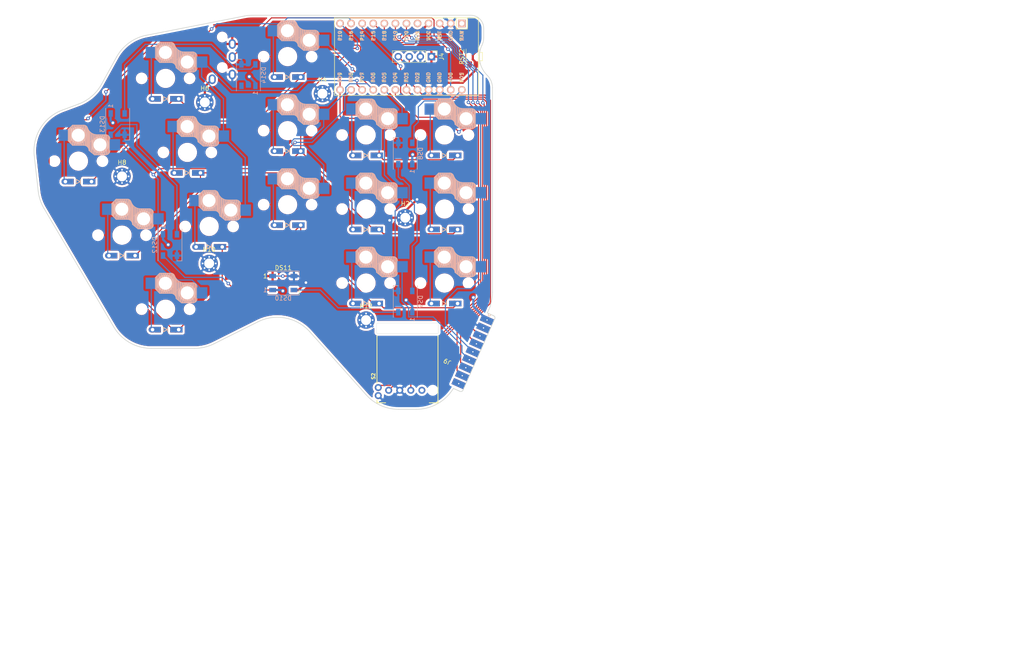
<source format=kicad_pcb>
(kicad_pcb (version 20211014) (generator pcbnew)
  (title_block (title "mainpcb") (rev "v1.0.0") (company "Unknown"))
  (layers (0 "F.Cu" signal) (31 "B.Cu" signal) (34 "B.Paste" user) (35 "F.Paste" user) (36 "B.SilkS" user "B.Silkscreen") (37 "F.SilkS" user "F.Silkscreen") (38 "B.Mask" user) (39 "F.Mask" user) (44 "Edge.Cuts" user))
  (net 0 "")
  (net 1 "C1")
  (net 2 "R3")
  (net 3 "R2")
  (net 4 "R1")
  (net 5 "C2")
  (net 6 "C3")
  (net 7 "C4")
  (net 8 "C5")
  (net 9 "R4")
  (net 10 "mirror_far_bottom")
  (net 11 "mirror_far_home")
  (net 12 "mirror_far_top")
  (net 13 "mirror_index_bottom")
  (net 14 "mirror_index_home")
  (net 15 "mirror_index_top")
  (net 16 "mirror_middle_bottom")
  (net 17 "mirror_middle_home")
  (net 18 "mirror_middle_top")
  (net 19 "mirror_ring_bottom")
  (net 20 "mirror_ring_home")
  (net 21 "mirror_ring_top")
  (net 22 "mirror_pinkie_bottom")
  (net 23 "mirror_pinkie_home")
  (net 24 "mirror_pinkie_top")
  (net 25 "R5")
  (net 26 "GND")
  (net 27 "RST")
  (net 28 "VCC")
  (net 29 "SERIAL")
  (net 30 "RGB")
  (net 31 "SDA")
  (net 32 "SCL")
  (net 33 "scroll_r1")
  (net 34 "scroll_r2")
  (net 35 "scroll_switch")
  (net 36 "rgb_ug1_out")
  (net 37 "rgb_ug2_out")
  (net 38 "rgb_ug3_out")
  (net 39 "rgb_palm_out")
  (net 40 "rgb_ug4_out")
  (net 41 "rgb_ug5_out")
  (net 42 "rgb_ug6_out")
  (footprint "Library:PG1350" (layer "F.Cu") (at -77 6)
    (fp_text reference "SW30" hide)
    (fp_text value "Val**" hide)
  )
  (footprint "Connector_PinHeader_2.54mm:PinHeader_1x04_P2.54mm_Vertical" (layer "F.Cu") (at -16 -52 -90)
    (fp_text reference "J4")
    (fp_text value "I2C Breakout")
  )
  (footprint "Library:PG1350" (layer "F.Cu") (at -49 -52)
    (fp_text reference "SW26" hide)
    (fp_text value "Val**" hide)
  )
  (footprint "Library:D3_TH_SMD_v2" (layer "F.Cu") (at -72 -25.3 180)
    (fp_text reference "D28" hide)
    (fp_text value "Diode" hide)
  )
  (footprint "Library:PG1350" (layer "F.Cu") (at -77 -47)
    (fp_text reference "SW29" hide)
    (fp_text value "Val**" hide)
  )
  (footprint "Library:PG1350" (layer "F.Cu") (at -13 0)
    (fp_text reference "SW18" hide)
    (fp_text value "Val**" hide)
  )
  (footprint "Library:TRRS-PJ-320A" (layer "F.Cu") (at -64 -53)
    (fp_text reference "J2")
    (fp_text value "TRRS")
  )
  (footprint "Library:PG1350" (layer "F.Cu") (at -31 -34)
    (fp_text reference "SW23" hide)
    (fp_text value "Val**" hide)
  )
  (footprint "Library:D3_TH_SMD_v2" (layer "F.Cu") (at -13 -12.3 180)
    (fp_text reference "D19" hide)
    (fp_text value "Diode" hide)
  )
  (footprint "Library:PG1350" (layer "F.Cu") (at -87 -11)
    (fp_text reference "SW31" hide)
    (fp_text value "Val**" hide)
  )
  (footprint "Library:D3_TH_SMD_v2" (layer "F.Cu") (at -97 -23.3 180)
    (fp_text reference "D32" hide)
    (fp_text value "Diode" hide)
  )
  (footprint "Library:PG1350" (layer "F.Cu") (at -72 -30)
    (fp_text reference "SW28" hide)
    (fp_text value "Val**" hide)
  )
  (footprint "Library:D3_TH_SMD_v2" (layer "F.Cu") (at -13 -29.3 180)
    (fp_text reference "D20" hide)
    (fp_text value "Diode" hide)
  )
  (footprint "Library:PG1350" (layer "F.Cu") (at -31 0)
    (fp_text reference "SW21" hide)
    (fp_text value "Val**" hide)
  )
  (footprint "Library:ProMicro" (layer "F.Cu") (at -23 -52 180)
    (fp_text reference "U2" hide)
    (fp_text value "Pro Micro Footprint" hide)
  )
  (footprint "kbd:M2_HOLE_v3" (layer "F.Cu") (at -87 -24.5)
    (fp_text reference "H8")
    (fp_text value "M2")
  )
  (footprint "Library:D3_TH_SMD_v2" (layer "F.Cu") (at -13 4.7 180)
    (fp_text reference "D18" hide)
    (fp_text value "Diode" hide)
  )
  (footprint "Library:PG1350" (layer "F.Cu") (at -13 -17)
    (fp_text reference "SW19" hide)
    (fp_text value "Val**" hide)
  )
  (footprint "Library:D3_TH_SMD_v2" (layer "F.Cu") (at -77 10.7 180)
    (fp_text reference "D30" hide)
    (fp_text value "Diode" hide)
  )
  (footprint "Library:D3_TH_SMD_v2" (layer "F.Cu") (at -49 -13.3 180)
    (fp_text reference "D24" hide)
    (fp_text value "Diode" hide)
  )
  (footprint "Library:EVQWGD001" (layer "F.Cu") (at -22 19 90)
    (fp_text reference "S2")
    (fp_text value "Scroll Wheel")
    (fp_line (start 7.7 7.6) (end 9.5 7.6) (layer "Edge.Cuts") (width 0.05))
    (fp_line (start 7.4 -6.3) (end 7.4 7.3) (layer "Edge.Cuts") (width 0.05))
    (fp_line (start 9.8 7.3) (end 9.8 -6.3) (layer "Edge.Cuts") (width 0.05))
    (fp_line (start 9.5 -6.6) (end 7.7 -6.6) (layer "Edge.Cuts") (width 0.05))
    (fp_arc (start 7.7 7.6) (mid 7.487868 7.512132) (end 7.4 7.3) (layer "Edge.Cuts") (width 0.05))
    (fp_arc (start 9.8 7.3) (mid 9.712132 7.512132) (end 9.5 7.6) (layer "Edge.Cuts") (width 0.05))
    (fp_arc (start 9.5 -6.6) (mid 9.712132 -6.512132) (end 9.8 -6.3) (layer "Edge.Cuts") (width 0.05))
    (fp_arc (start 7.4 -6.3) (mid 7.487868 -6.512132) (end 7.7 -6.6) (layer "Edge.Cuts") (width 0.05))
  )
  (footprint "kbd:M2_HOLE_v3" (layer "F.Cu") (at -41 -43.5)
    (fp_text reference "H4")
    (fp_text value "M2")
  )
  (footprint "kbd:M2_HOLE_v3" (layer "F.Cu") (at -31 8.5)
    (fp_text reference "H12")
    (fp_text value "M2")
  )
  (footprint "Library:D3_TH_SMD_v2" (layer "F.Cu") (at -49 -47.3 180)
    (fp_text reference "D26" hide)
    (fp_text value "Diode" hide)
  )
  (footprint "Library:D3_TH_SMD_v2" (layer "F.Cu") (at -31 -12.3 180)
    (fp_text reference "D22" hide)
    (fp_text value "Diode" hide)
  )
  (footprint "Library:D3_TH_SMD_v2" (layer "F.Cu") (at -31 4.7 180)
    (fp_text reference "D21" hide)
    (fp_text value "Diode" hide)
  )
  (footprint "Library:PG1350" (layer "F.Cu") (at -49 -18)
    (fp_text reference "SW24" hide)
    (fp_text value "Val**" hide)
  )
  (footprint "Library:PG1350" (layer "F.Cu") (at -67 -13)
    (fp_text reference "SW27" hide)
    (fp_text value "Val**" hide)
  )
  (footprint "Library:D3_TH_SMD_v2" (layer "F.Cu") (at -67 -8.3 180)
    (fp_text reference "D27" hide)
    (fp_text value "Diode" hide)
  )
  (footprint "Library:PG1350" (layer "F.Cu") (at -97 -28)
    (fp_text reference "SW32" hide)
    (fp_text value "Val**" hide)
  )
  (footprint "Library:PG1350" (layer "F.Cu") (at -31 -17)
    (fp_text reference "SW22" hide)
    (fp_text value "Val**" hide)
  )
  (footprint "Library:kb_90deg_connector_male_9pin" (layer "F.Cu") (at -6.487598 15.790417 156.037511)
    (fp_text reference "J9")
    (fp_text value "Male 9pin")
  )
  (footprint "Library:SW_SPST_EVQP7C" (layer "F.Cu") (at -6.5 -52 90)
    (fp_text reference "RST2")
    (fp_text value "RST")
  )
  (footprint "Library:PG1350" (layer "F.Cu") (at -49 -35)
    (fp_text reference "SW25" hide)
    (fp_text value "Val**" hide)
  )
  (footprint "kbd:M2_HOLE_v3" (layer "F.Cu") (at -67 -4.5)
    (fp_text reference "H10")
    (fp_text value "M2")
  )
  (footprint "Library:D3_TH_SMD_v2" (layer "F.Cu") (at -31 -29.3 180)
    (fp_text reference "D23" hide)
    (fp_text value "Diode" hide)
  )
  (footprint "Library:PG1350" (layer "F.Cu") (at -13 -34)
    (fp_text reference "SW20" hide)
    (fp_text value "Val**" hide)
  )
  (footprint "LED_SMD:LED_WS2812B_PLCC4_5.0x5.0mm_P3.2mm" (layer "F.Cu") (at -50 0)
    (fp_text reference "DS11")
    (fp_text value "WS2812b")
  )
  (footprint "Library:D3_TH_SMD_v2" (layer "F.Cu") (at -87 -6.3 180)
    (fp_text reference "D31" hide)
    (fp_text value "Diode" hide)
  )
  (footprint "Library:D3_TH_SMD_v2" (layer "F.Cu") (at -49 -30.3 180)
    (fp_text reference "D25" hide)
    (fp_text value "Diode" hide)
  )
  (footprint "kbd:M2_HOLE_v3" (layer "F.Cu") (at -22 -15)
    (fp_text reference "H2")
    (fp_text value "M2")
  )
  (footprint "Library:D3_TH_SMD_v2" (layer "F.Cu") (at -77 -42.3 180)
    (fp_text reference "D29" hide)
    (fp_text value "Diode" hide)
  )
  (footprint "kbd:M2_HOLE_v3" (layer "F.Cu") (at -68 -41.5)
    (fp_text reference "H6")
    (fp_text value "M2")
  )
  (footprint "LED_SMD:LED_WS2812B_PLCC4_5.0x5.0mm_P3.2mm" (layer "B.Cu") (at -88 -36.5 -90)
    (fp_text reference "DS13")
    (fp_text value "WS2812b")
  )
  (footprint "LED_SMD:LED_WS2812B_PLCC4_5.0x5.0mm_P3.2mm" (layer "B.Cu") (at -58 -47.75 90)
    (fp_text reference "DS14")
    (fp_text value "WS2812b")
  )
  (footprint "LED_SMD:LED_WS2812B_PLCC4_5.0x5.0mm_P3.2mm" (layer "B.Cu") (at -76 -8.75 -90)
    (fp_text reference "DS12")
    (fp_text value "WS2812b")
  )
  (footprint "LED_SMD:LED_WS2812B_PLCC4_5.0x5.0mm_P3.2mm" (layer "B.Cu") (at -22 4.25 90)
    (fp_text reference "DS9")
    (fp_text value "WS2812b")
  )
  (footprint "LED_SMD:LED_WS2812B_PLCC4_5.0x5.0mm_P3.2mm" (layer "B.Cu") (at -22 -29.75 90)
    (fp_text reference "DS8")
    (fp_text value "WS2812b")
  )
  (footprint "LED_SMD:LED_WS2812B_PLCC4_5.0x5.0mm_P3.2mm" (layer "B.Cu") (at -50 0)
    (fp_text reference "DS10")
    (fp_text value "WS2812b")
  )
  (gr_line (start -57.027153 -61.5) (end -7 -61.5) (layer "Edge.Cuts") (width 0.15))
  (gr_line (start -1.715471 7.515346) (end -3.164948 6.871134) (layer "Edge.Cuts") (width 0.15))
  (gr_arc (start -88.252424 -51.915605) (mid -85.390322 -55.164499) (end -81.423161 -56.899022) (layer "Edge.Cuts") (width 0.15))
  (gr_line (start -100.689685 -39.722462) (end -96.975689 -41.105605) (layer "Edge.Cuts") (width 0.15))
  (gr_line (start -88.899882 10.070201) (end -104.916497 -17.158046) (layer "Edge.Cuts") (width 0.15))
  (gr_arc (start -65.888544 13.944272) (mid -68.063151 14.73249) (end -70.36068 15) (layer "Edge.Cuts") (width 0.15))
  (gr_arc (start -55.836004 8.918002) (mid -49.485732 8.040228) (end -43.907308 11.198965) (layer "Edge.Cuts") (width 0.15))
  (gr_arc (start -2 2.127856) (mid -2.217844 4.203771) (end -2.861885 6.189241) (layer "Edge.Cuts") (width 0.15))
  (gr_line (start -19.498731 29) (end -23.525162 29) (layer "Edge.Cuts") (width 0.15))
  (gr_arc (start -80.28054 15.000001) (mid -85.245316 13.680496) (end -88.899882 10.070201) (layer "Edge.Cuts") (width 0.15))
  (gr_line (start -2.861885 6.189241) (end -3.164948 6.871134) (layer "Edge.Cuts") (width 0.15))
  (gr_arc (start -8.772127 24.623929) (mid -9.049543 24.887533) (end -9.432102 24.877766) (layer "Edge.Cuts") (width 0.15))
  (gr_line (start -4 -58.5) (end -4 -56.358899) (layer "Edge.Cuts") (width 0.15))
  (gr_arc (start -7 -61.5) (mid -4.87868 -60.62132) (end -4 -58.5) (layer "Edge.Cuts") (width 0.15))
  (gr_line (start -70.36068 15) (end -80.280539 15) (layer "Edge.Cuts") (width 0.15))
  (gr_arc (start -104.916497 -17.158046) (mid -105.785757 -19.071282) (end -106.235992 -21.123932) (layer "Edge.Cuts") (width 0.15))
  (gr_arc (start -23.525162 29) (mid -27.6097 28.12779) (end -30.981723 25.66331) (layer "Edge.Cuts") (width 0.15))
  (gr_line (start -91.70895 -45.64777) (end -88.252424 -51.915605) (layer "Edge.Cuts") (width 0.15))
  (gr_arc (start -1.715471 7.515347) (mid -1.451868 7.792763) (end -1.461635 8.175321) (layer "Edge.Cuts") (width 0.15))
  (gr_arc (start -91.70895 -45.64777) (mid -93.934725 -42.904073) (end -96.975689 -41.105605) (layer "Edge.Cuts") (width 0.15))
  (gr_line (start -10.95707 24.200002) (end -9.432102 24.877766) (layer "Edge.Cuts") (width 0.15))
  (gr_arc (start -4 -56.358899) (mid -4.101282 -55.464472) (end -4.4 -54.615339) (layer "Edge.Cuts") (width 0.15))
  (gr_line (start -81.423161 -56.899022) (end -58.954606 -61.312488) (layer "Edge.Cuts") (width 0.15))
  (gr_line (start -30.981723 25.66331) (end -43.907308 11.198965) (layer "Edge.Cuts") (width 0.15))
  (gr_arc (start -3.2 -47.715143) (mid -4.911275 -50.971981) (end -4.4 -54.615339) (layer "Edge.Cuts") (width 0.15))
  (gr_arc (start -10.95707 24.200002) (mid -14.599753 27.717798) (end -19.498731 29) (layer "Edge.Cuts") (width 0.15))
  (gr_line (start -55.836005 8.918003) (end -65.888544 13.944272) (layer "Edge.Cuts") (width 0.15))
  (gr_line (start -8.772127 24.623929) (end -1.461635 8.175321) (layer "Edge.Cuts") (width 0.15))
  (gr_line (start -2 2.127855) (end -2 -44.858572) (layer "Edge.Cuts") (width 0.15))
  (gr_arc (start -3.2 -47.715143) (mid -2.312182 -46.407765) (end -2 -44.858572) (layer "Edge.Cuts") (width 0.15))
  (gr_arc (start -58.954606 -61.312488) (mid -57.995429 -61.453011) (end -57.027153 -61.5) (layer "Edge.Cuts") (width 0.15))
  (gr_arc (start -107.138546 -29.246911) (mid -105.715432 -35.593597) (end -100.689685 -39.722462) (layer "Edge.Cuts") (width 0.15))
  (gr_line (start -106.235992 -21.123932) (end -107.138546 -29.246911) (layer "Edge.Cuts") (width 0.15))
  (segment (start -13.074999 -38.074999) (end -9.7 -34.7) (width 0.25) (layer "F.Cu") (net 1))
  (segment (start -24.27 -44.38) (end -24.27 -43.140725) (width 0.25) (layer "F.Cu") (net 1))
  (segment (start -19.204274 -38.074999) (end -13.074999 -38.074999) (width 0.25) (layer "F.Cu") (net 1))
  (segment (start -24.27 -43.140725) (end -19.204274 -38.074999) (width 0.25) (layer "F.Cu") (net 1))
  (via (at -9.7 -34.7) (size 0.8) (drill 0.4) (layers "F.Cu" "B.Cu") (net 1))
  (segment (start -6.600001 -35.874999) (end -4.725 -37.75) (width 0.25) (layer "B.Cu") (net 1))
  (segment (start -4.725 -0.94102) (end -6.94152 1.2755) (width 0.25) (layer "B.Cu") (net 1))
  (segment (start -6.94152 1.2755) (end -10.0755 1.2755) (width 0.25) (layer "B.Cu") (net 1))
  (segment (start -4.725 -20.75) (end -4.725 -3.75) (width 0.25) (layer "B.Cu") (net 1))
  (segment (start -4.725 -3.75) (end -4.725 -0.94102) (width 0.25) (layer "B.Cu") (net 1))
  (segment (start -9.7 -34.7) (end -8.525001 -35.874999) (width 0.25) (layer "B.Cu") (net 1))
  (segment (start -10.0755 1.2755) (end -12.8 4) (width 0.25) (layer "B.Cu") (net 1))
  (segment (start -12.8 9.478015) (end -6.487598 15.790417) (width 0.25) (layer "B.Cu") (net 1))
  (segment (start -12.8 4) (end -12.8 9.478015) (width 0.25) (layer "B.Cu") (net 1))
  (segment (start -8.525001 -35.874999) (end -6.600001 -35.874999) (width 0.25) (layer "B.Cu") (net 1))
  (segment (start -4.725 -37.75) (end -4.725 -20.75) (width 0.25) (layer "B.Cu") (net 1))
  (segment (start -94 -14.7) (end -103.725901 -24.425901) (width 0.25) (layer "F.Cu") (net 2))
  (segment (start -51 -8.3) (end -46 -13.3) (width 0.25) (layer "F.Cu") (net 2))
  (segment (start -74 10.7) (end -64 0.7) (width 0.25) (layer "F.Cu") (net 2))
  (segment (start -27.025 5.675) (end -10.975 5.675) (width 0.25) (layer "F.Cu") (net 2))
  (segment (start -68 -56.8) (end -77.8 -56.8) (width 0.25) (layer "F.Cu") (net 2))
  (segment (start -46 -13.3) (end -46 -11.9) (width 0.25) (layer "F.Cu") (net 2))
  (segment (start -46 -11.9) (end -29.4 4.7) (width 0.25) (layer "F.Cu") (net 2))
  (segment (start -94 -10.3) (end -94 -14.7) (width 0.25) (layer "F.Cu") (net 2))
  (segment (start -64 -8.3) (end -51 -8.3) (width 0.25) (layer "F.Cu") (net 2))
  (segment (start -77.8 -56.8) (end -90.7 -43.9) (width 0.25) (layer "F.Cu") (net 2))
  (segment (start -103.725901 -31.174099) (end -97.4 -37.5) (width 0.25) (layer "F.Cu") (net 2))
  (segment (start -74 10.7) (end -75.3 10.7) (width 0.25) (layer "F.Cu") (net 2))
  (segment (start -95.1 -37.5) (end -94.8 -37.8) (width 0.25) (layer "F.Cu") (net 2))
  (segment (start -75.3 10.7) (end -91.9 -5.9) (width 0.25) (layer "F.Cu") (net 2))
  (segment (start -29.4 4.7) (end -28 4.7) (width 0.25) (layer "F.Cu") (net 2))
  (segment (start -28 4.7) (end -27.025 5.675) (width 0.25) (layer "F.Cu") (net 2))
  (segment (start -91.9 -5.9) (end -91.9 -8.2) (width 0.25) (layer "F.Cu") (net 2))
  (segment (start -64 0.7) (end -64 -8.3) (width 0.25) (layer "F.Cu") (net 2))
  (segment (start -97.4 -37.5) (end -95.1 -37.5) (width 0.25) (layer "F.Cu") (net 2))
  (segment (start -91.9 -8.2) (end -94 -10.3) (width 0.25) (layer "F.Cu") (net 2))
  (segment (start -10.975 5.675) (end -10 4.7) (width 0.25) (layer "F.Cu") (net 2))
  (segment (start -66.45 -58.35) (end -68 -56.8) (width 0.25) (layer "F.Cu") (net 2))
  (segment (start -103.725901 -24.425901) (end -103.725901 -31.174099) (width 0.25) (layer "F.Cu") (net 2))
  (via (at -66.45 -58.35) (size 0.8) (drill 0.4) (layers "F.Cu" "B.Cu") (net 2))
  (via (at -94.8 -37.8) (size 0.8) (drill 0.4) (layers "F.Cu" "B.Cu") (net 2))
  (via (at -90.7 -43.9) (size 0.8) (drill 0.4) (layers "F.Cu" "B.Cu") (net 2))
  (segment (start -50.325 -59.575) (end -49 -60.9) (width 0.25) (layer "B.Cu") (net 2))
  (segment (start -49 -60.9) (end -35 -60.9) (width 0.25) (layer "B.Cu") (net 2))
  (segment (start -66.45 -58.35) (end -65.225 -59.575) (width 0.25) (layer "B.Cu") (net 2))
  (segment (start -65.225 -59.575) (end -50.325 -59.575) (width 0.25) (layer "B.Cu") (net 2))
  (segment (start -94.8 -37.8) (end -90.7 -41.9) (width 0.25) (layer "B.Cu") (net 2))
  (segment (start -90.7 -41.9) (end -90.7 -43.9) (width 0.25) (layer "B.Cu") (net 2))
  (segment (start -35 -60.9) (end -34.43 -60.33) (width 0.25) (layer "B.Cu") (net 2))
  (segment (start -29.3 -12.3) (end -28 -12.3) (width 0.25) (layer "F.Cu") (net 3))
  (segment (start -46 -30.3) (end -46 -42.075402) (width 0.25) (layer "F.Cu") (net 3))
  (segment (start -34.2 -18.5) (end -34.2 -17.2) (width 0.25) (layer "F.Cu") (net 3))
  (segment (start -10.975 -11.325) (end -10 -12.3) (width 0.25) (layer "F.Cu") (net 3))
  (segment (start -51 -25.3) (end -46 -30.3) (width 0.25) (layer "F.Cu") (net 3))
  (segment (start -69 -21.3) (end -69 -25.3) (width 0.25) (layer "F.Cu") (net 3))
  (segment (start -34.175402 -53.9) (end -33 -53.9) (width 0.25) (layer "F.Cu") (net 3))
  (segment (start -27.025 -11.325) (end -10.975 -11.325) (width 0.25) (layer "F.Cu") (net 3))
  (segment (start -84 -6.3) (end -69 -21.3) (width 0.25) (layer "F.Cu") (net 3))
  (segment (start -69 -25.3) (end -51 -25.3) (width 0.25) (layer "F.Cu") (net 3))
  (segment (start -28 -12.3) (end -27.025 -11.325) (width 0.25) (layer "F.Cu") (net 3))
  (segment (start -34.2 -17.2) (end -29.3 -12.3) (width 0.25) (layer "F.Cu") (net 3))
  (segment (start -46 -42.075402) (end -34.175402 -53.9) (width 0.25) (layer "F.Cu") (net 3))
  (segment (start -46 -30.3) (end -34.2 -18.5) (width 0.25) (layer "F.Cu") (net 3))
  (via (at -33 -53.9) (size 0.8) (drill 0.4) (layers "F.Cu" "B.Cu") (net 3))
  (segment (start -36.97 -59.62) (end -33 -55.65) (width 0.25) (layer "B.Cu") (net 3))
  (segment (start -33 -55.65) (end -33 -53.9) (width 0.25) (layer "B.Cu") (net 3))
  (segment (start -36.519501 -37.820499) (end -28.910499 -37.820499) (width 0.25) (layer "F.Cu") (net 4))
  (segment (start -36.5 -52.8) (end -34.6755 -54.6245) (width 0.25) (layer "F.Cu") (net 4))
  (segment (start -10.975 -28.325) (end -10 -29.3) (width 0.25) (layer "F.Cu") (net 4))
  (segment (start -94 -23.3) (end -75 -42.3) (width 0.25) (layer "F.Cu") (net 4))
  (segment (start -75 -42.3) (end -74 -42.3) (width 0.25) (layer "F.Cu") (net 4))
  (segment (start -36.97 -48.705402) (end -36.97 -44.38) (width 0.25) (layer "F.Cu") (net 4))
  (segment (start -34.6755 -54.6245) (end -32.699902 -54.6245) (width 0.25) (layer "F.Cu") (net 4))
  (segment (start -28 -29.3) (end -27.025 -28.325) (width 0.25) (layer "F.Cu") (net 4))
  (segment (start -68.9 -37.2) (end -56.1 -37.2) (width 0.25) (layer "F.Cu") (net 4))
  (segment (start -27.025 -28.325) (end -10.975 -28.325) (width 0.25) (layer "F.Cu") (net 4))
  (segment (start -74 -42.3) (end -68.9 -37.2) (width 0.25) (layer "F.Cu") (net 4))
  (segment (start -46 -47.3) (end -40.5 -52.8) (width 0.25) (layer "F.Cu") (net 4))
  (segment (start -28 -36.91) (end -28 -29.3) (width 0.25) (layer "F.Cu") (net 4))
  (segment (start -28.910499 -37.820499) (end -28 -36.91) (width 0.25) (layer "F.Cu") (net 4))
  (segment (start -32.699902 -54.6245) (end -32.2755 -54.200098) (width 0.25) (layer "F.Cu") (net 4))
  (segment (start -36.97 -44.38) (end -36.97 -38.270998) (width 0.25) (layer "F.Cu") (net 4))
  (segment (start -32.2755 -54.200098) (end -32.2755 -53.399902) (width 0.25) (layer "F.Cu") (net 4))
  (segment (start -56.1 -37.2) (end -46 -47.3) (width 0.25) (layer "F.Cu") (net 4))
  (segment (start -32.2755 -53.399902) (end -36.97 -48.705402) (width 0.25) (layer "F.Cu") (net 4))
  (segment (start -36.97 -38.270998) (end -36.519501 -37.820499) (width 0.25) (layer "F.Cu") (net 4))
  (segment (start -40.5 -52.8) (end -36.5 -52.8) (width 0.25) (layer "F.Cu") (net 4))
  (segment (start -9 15.917915) (end -7.299875 17.61804) (width 0.25) (layer "B.Cu") (net 5))
  (segment (start -22.725 -40.295) (end -22.725 -37.75) (width 0.25) (layer "B.Cu") (net 5))
  (segment (start -22.725 -3.75) (end -22.725 4.175) (width 0.25) (layer "B.Cu") (net 5))
  (segment (start -24.325 -5.35) (end -24.325 -16.575) (width 0.25) (layer "B.Cu") (net 5))
  (segment (start -22.725 -18.175) (end -22.725 -20.75) (width 0.25) (layer "B.Cu") (net 5))
  (segment (start -26.786 -24.811) (end -22.725 -20.75) (width 0.25) (layer "B.Cu") (net 5))
  (segment (start -26.786 -35.014) (end -26.786 -24.811) (width 0.25) (layer "B.Cu") (net 5))
  (segment (start -22.725 4.175) (end -21.225 5.675) (width 0.25) (layer "B.Cu") (net 5))
  (segment (start -25.075 -35.4) (end -26.4 -35.4) (width 0.25) (layer "B.Cu") (net 5))
  (segment (start -26.81 -44.38) (end -22.725 -40.295) (width 0.25) (layer "B.Cu") (net 5))
  (segment (start -24.325 -16.575) (end -22.725 -18.175) (width 0.25) (layer "B.Cu") (net 5))
  (segment (start -9 14.370291) (end -9 15.917915) (width 0.25) (layer "B.Cu") (net 5))
  (segment (start -22.725 -3.75) (end -24.325 -5.35) (width 0.25) (layer "B.Cu") (net 5))
  (segment (start -22.725 -37.75) (end -25.075 -35.4) (width 0.25) (layer "B.Cu") (net 5))
  (segment (start -15.595291 7.775) (end -9 14.370291) (width 0.25) (layer "B.Cu") (net 5))
  (segment (start -26.4 -35.4) (end -26.786 -35.014) (width 0.25) (layer "B.Cu") (net 5))
  (segment (start -21.225 7.775) (end -15.595291 7.775) (width 0.25) (layer "B.Cu") (net 5))
  (segment (start -21.225 5.675) (end -21.225 7.775) (width 0.25) (layer "B.Cu") (net 5))
  (segment (start -34.135 -49.165) (end -29.35 -44.38) (width 0.25) (layer "F.Cu") (net 6))
  (via (at -34.135 -49.165) (size 0.8) (drill 0.4) (layers "F.Cu" "B.Cu") (net 6))
  (segment (start -34.78881 -45.7755) (end -35.650499 -44.913811) (width 0.25) (layer "B.Cu") (net 6))
  (segment (start -47.500098 -33.1245) (end -43.51119 -33.1245) (width 0.25) (layer "B.Cu") (net 6))
  (segment (start -40.725 -35.91069) (end -40.725 -38.75) (width 0.25) (layer "B.Cu") (net 6))
  (segment (start -40.725 -27.08931) (end -45.21119 -31.5755) (width 0.25) (layer "B.Cu") (net 6))
  (segment (start -48.0245 -32.600098) (end -47.500098 -33.1245) (width 0.25) (layer "B.Cu") (net 6))
  (segment (start -35.8325 -50.8625) (end -34.135 -49.165) (width 0.25) (layer "B.Cu") (net 6))
  (segment (start -35.8375 -50.8625) (end -35.8325 -50.8625) (width 0.25) (layer "B.Cu") (net 6))
  (segment (start -47.600098 -31.5755) (end -48.0245 -31.999902) (width 0.25) (layer "B.Cu") (net 6))
  (segment (start -35.650499 -43.824501) (end -40.725 -38.75) (width 0.25) (layer "B.Cu") (net 6))
  (segment (start -40.725 -55.75) (end -35.8375 -50.8625) (width 0.25) (layer "B.Cu") (net 6))
  (segment (start -40.725 -21.75) (end -40.725 -27.08931) (width 0.25) (layer "B.Cu") (net 6))
  (segment (start -45.21119 -31.5755) (end -47.600098 -31.5755) (width 0.25) (layer "B.Cu") (net 6))
  (segment (start -35.650499 -44.913811) (end -35.650499 -43.824501) (width 0.25) (layer "B.Cu") (net 6))
  (segment (start -29.35 -44.38) (end -30.7455 -45.7755) (width 0.25) (layer "B.Cu") (net 6))
  (segment (start -48.0245 -31.999902) (end -48.0245 -32.600098) (width 0.25) (layer "B.Cu") (net 6))
  (segment (start -43.51119 -33.1245) (end -40.725 -35.91069) (width 0.25) (layer "B.Cu") (net 6))
  (segment (start -34.78881 -45.7755) (end -30.7455 -45.7755) (width 0.25) (layer "B.Cu") (net 6))
  (segment (start -33.1 -46.5) (end -33.1 -45.59) (width 0.25) (layer "F.Cu") (net 7))
  (segment (start -33.1 -45.59) (end -31.89 -44.38) (width 0.25) (layer "F.Cu") (net 7))
  (via (at -33.1 -46.5) (size 0.8) (drill 0.4) (layers "F.Cu" "B.Cu") (net 7))
  (segment (start -68.35901 -50.75) (end -61.83401 -44.225) (width 0.25) (layer "B.Cu") (net 7))
  (segment (start -63.725 -42.33401) (end -63.725 -33.75) (width 0.25) (layer "B.Cu") (net 7))
  (segment (start -44.5 -46.5) (end -33.1 -46.5) (width 0.25) (layer "B.Cu") (net 7))
  (segment (start -63.725 -33.75) (end -58.725 -28.75) (width 0.25) (layer "B.Cu") (net 7))
  (segment (start -61.83401 -44.225) (end -46.775 -44.225) (width 0.25) (layer "B.Cu") (net 7))
  (segment (start -68.725 -47.33401) (end -63.725 -42.33401) (width 0.25) (layer "B.Cu") (net 7))
  (segment (start -68.725 -50.75) (end -68.725 -47.33401) (width 0.25) (layer "B.Cu") (net 7))
  (segment (start -46.775 -44.225) (end -44.5 -46.5) (width 0.25) (layer "B.Cu") (net 7))
  (segment (start -58.725 -28.75) (end -58.725 -16.75) (width 0.25) (layer "B.Cu") (net 7))
  (segment (start -49.75 -29.325) (end -52.8 -26.275) (width 0.25) (layer "F.Cu") (net 8))
  (segment (start -52.8 -26.275) (end -78.425 -26.275) (width 0.25) (layer "F.Cu") (net 8))
  (segment (start -49.75 -29.85) (end -49.75 -29.325) (width 0.25) (layer "F.Cu") (net 8))
  (segment (start -78.425 -26.275) (end -79.8 -24.9) (width 0.25) (layer "F.Cu") (net 8))
  (segment (start -47.3 -32.3) (end -49.75 -29.85) (width 0.25) (layer "F.Cu") (net 8))
  (via (at -79.8 -24.9) (size 0.8) (drill 0.4) (layers "F.Cu" "B.Cu") (net 8))
  (via (at -47.3 -32.3) (size 0.8) (drill 0.4) (layers "F.Cu" "B.Cu") (net 8))
  (segment (start -78.725 -5.225) (end -74.2 -0.7) (width 0.25) (layer "B.Cu") (net 8))
  (segment (start -78.725 -14.75) (end -78.725 -5.225) (width 0.25) (layer "B.Cu") (net 8))
  (segment (start -88.725 -31.75) (end -86.65 -31.75) (width 0.25) (layer "B.Cu") (net 8))
  (segment (start -35.9 -42.91) (end -35.9 -39.8) (width 0.25) (layer "B.Cu") (net 8))
  (segment (start -70.9 -0.7) (end -68.725 1.475) (width 0.25) (layer "B.Cu") (net 8))
  (segment (start -78.725 -23.825) (end -78.725 -14.75) (width 0.25) (layer "B.Cu") (net 8))
  (segment (start -74.2 -0.7) (end -70.9 -0.7) (width 0.25) (layer "B.Cu") (net 8))
  (segment (start -86.65 -31.75) (end -78.725 -23.825) (width 0.25) (layer "B.Cu") (net 8))
  (segment (start -43.4 -32.3) (end -35.9 -39.8) (width 0.25) (layer "B.Cu") (net 8))
  (segment (start -34.43 -44.38) (end -35.9 -42.91) (width 0.25) (layer "B.Cu") (net 8))
  (segment (start -43.4 -32.3) (end -47.3 -32.3) (width 0.25) (layer "B.Cu") (net 8))
  (segment (start -5.855244 6.898004) (end -4.801996 5.844756) (width 0.25) (layer "F.Cu") (net 9))
  (segment (start -3.351497 4.058567) (end -3.351497 -41.576095) (width 0.25) (layer "F.Cu") (net 9))
  (segment (start -6.800098 -42.2245) (end -21.5619 -42.2245) (width 0.25) (layer "F.Cu") (net 9))
  (segment (start -6.787799 -42.236799) (end -6.800098 -42.2245) (width 0.25) (layer "F.Cu") (net 9))
  (segment (start -21.5619 -42.2245) (end -23.0687 -43.7313) (width 0.25) (layer "F.Cu") (net 9))
  (segment (start -23.0687 -43.7313) (end -23.0687 -49.786999) (width 0.25) (layer "F.Cu") (net 9))
  (segment (start -4.012201 -42.236799) (end -6.787799 -42.236799) (width 0.25) (layer "F.Cu") (net 9))
  (segment (start -4.801996 5.844756) (end -4.801996 5.709066) (width 0.25) (layer "F.Cu") (net 9))
  (segment (start -4.801996 5.709066) (end -3.450499 4.357569) (width 0.25) (layer "F.Cu") (net 9))
  (segment (start -3.450499 4.157569) (end -3.351497 4.058567) (width 0.25) (layer "F.Cu") (net 9))
  (segment (start -3.351497 -41.576095) (end -4.012201 -42.236799) (width 0.25) (layer "F.Cu") (net 9))
  (segment (start -9.300196 10.207266) (end -5.990934 6.898004) (width 0.25) (layer "F.Cu") (net 9))
  (segment (start -8.112152 19.445663) (end -9.300196 18.257619) (width 0.25) (layer "F.Cu") (net 9))
  (segment (start -3.450499 4.357569) (end -3.450499 4.157569) (width 0.25) (layer "F.Cu") (net 9))
  (segment (start -9.300196 18.257619) (end -9.300196 10.207266) (width 0.25) (layer "F.Cu") (net 9))
  (segment (start -5.990934 6.898004) (end -5.855244 6.898004) (width 0.25) (layer "F.Cu") (net 9))
  (via (at -23.0687 -49.786999) (size 0.8) (drill 0.4) (layers "F.Cu" "B.Cu") (net 9))
  (segment (start -23.0687 -49.786999) (end -31.89 -58.608299) (width 0.25) (layer "B.Cu") (net 9))
  (segment (start -31.89 -58.608299) (end -31.89 -59.62) (width 0.25) (layer "B.Cu") (net 9))
  (segment (start -16.275 -5.95) (end -16.275 4.425) (width 0.25) (layer "B.Cu") (net 10))
  (segment (start -16.275 -22.95) (end -16.275 -12.575) (width 0.25) (layer "B.Cu") (net 11))
  (segment (start -16.275 -39.95) (end -16.275 -29.575) (width 0.25) (layer "B.Cu") (net 12))
  (segment (start -34.275 -5.95) (end -34.275 4.425) (width 0.25) (layer "B.Cu") (net 13))
  (segment (start -34.275 -22.95) (end -34.275 -12.575) (width 0.25) (layer "B.Cu") (net 14))
  (segment (start -34.275 -39.95) (end -34.275 -29.575) (width 0.25) (layer "B.Cu") (net 15))
  (segment (start -52.275 -23.95) (end -52.275 -13.575) (width 0.25) (layer "B.Cu") (net 16))
  (segment (start -52.275 -40.95) (end -52.275 -30.575) (width 0.25) (layer "B.Cu") (net 17))
  (segment (start -52.275 -57.95) (end -52.275 -47.575) (width 0.25) (layer "B.Cu") (net 18))
  (segment (start -70.275 -18.95) (end -70.275 -8.575) (width 0.25) (layer "B.Cu") (net 19))
  (segment (start -75.275 -35.95) (end -75.275 -25.575) (width 0.25) (layer "B.Cu") (net 20))
  (segment (start -80.275 -52.95) (end -80.275 -42.575) (width 0.25) (layer "B.Cu") (net 21))
  (segment (start -80.275 0.05) (end -80.275 10.425) (width 0.25) (layer "B.Cu") (net 22))
  (segment (start -90.275 -16.95) (end -90.275 -6.575) (width 0.25) (layer "B.Cu") (net 23))
  (segment (start -100.275 -33.95) (end -100.275 -23.575) (width 0.25) (layer "B.Cu") (net 24))
  (segment (start -3.9 -41.1) (end -4.2 -41.4) (width 0.25) (layer "F.Cu") (net 25))
  (segment (start -4.800998 5.072378) (end -4.800998 5.000998) (width 0.25) (layer "F.Cu") (net 25))
  (segment (start -5.251497 5.522877) (end -4.800998 5.072378) (width 0.25) (layer "F.Cu") (net 25))
  (segment (start -4.800998 5.000998) (end -3.9 4.1) (width 0.25) (layer "F.Cu") (net 25))
  (segment (start -24.506498 -54.776498) (end -20.072929 -54.776498) (width 0.25) (layer "F.Cu") (net 25))
  (segment (start -3.850499 -40.121879) (end -3.850499 -40.586189) (width 0.25) (layer "F.Cu") (net 25))
  (segment (start -20.072929 -54.776498) (end -19.5 -55.349427) (width 0.25) (layer "F.Cu") (net 25))
  (segment (start -3.850499 -40.586189) (end -3.9 -40.63569) (width 0.25) (layer "F.Cu") (net 25))
  (segment (start -6.248503 6.448503) (end -6.041433 6.448503) (width 0.25) (layer "F.Cu") (net 25))
  (segment (start -3.800998 -40.072378) (end -3.850499 -40.121879) (width 0.25) (layer "F.Cu") (net 25))
  (segment (start -8.924429 21.273286) (end -10.112473 20.085242) (width 0.25) (layer "F.Cu") (net 25))
  (segment (start -3.9 3.97138) (end -3.800998 3.872378) (width 0.25) (layer "F.Cu") (net 25))
  (segment (start -3.9 -40.63569) (end -3.9 -41.1) (width 0.25) (layer "F.Cu") (net 25))
  (segment (start -19.5 -55.349427) (end -19.5 -56.723502) (width 0.25) (layer "F.Cu") (net 25))
  (segment (start -10.112473 10.312473) (end -6.248503 6.448503) (width 0.25) (layer "F.Cu") (net 25))
  (segment (start -6.041433 6.448503) (end -5.251497 5.658567) (width 0.25) (layer "F.Cu") (net 25))
  (segment (start -3.9 4.1) (end -3.9 3.97138) (width 0.25) (layer "F.Cu") (net 25))
  (segment (start -29.35 -59.62) (end -24.506498 -54.776498) (width 0.25) (layer "F.Cu") (net 25))
  (segment (start -5.251497 5.658567) (end -5.251497 5.522877) (width 0.25) (layer "F.Cu") (net 25))
  (segment (start -10.112473 20.085242) (end -10.112473 10.312473) (width 0.25) (layer "F.Cu") (net 25))
  (segment (start -3.800998 3.872378) (end -3.800998 -40.072378) (width 0.25) (layer "F.Cu") (net 25))
  (via (at -4.2 -41.4) (size 0.8) (drill 0.4) (layers "F.Cu" "B.Cu") (net 25))
  (via (at -19.5 -56.723502) (size 0.8) (drill 0.4) (layers "F.Cu" "B.Cu") (net 25))
  (segment (start -9.801996 -54.233664) (end -12.291834 -56.723502) (width 0.25) (layer "B.Cu") (net 25))
  (segment (start -4.2 -41.4) (end -4.2 -47.731668) (width 0.25) (layer "B.Cu") (net 25))
  (segment (start -9.801996 -53.333664) (end -9.801996 -54.233664) (width 0.25) (layer "B.Cu") (net 25))
  (segment (start -4.2 -47.731668) (end -9.801996 -53.333664) (width 0.25) (layer "B.Cu") (net 25))
  (segment (start -12.291834 -56.723502) (end -19.5 -56.723502) (width 0.25) (layer "B.Cu") (net 25))
  (segment (start -6.5 -52.4) (end -6.5 -51.35) (width 0.5) (layer "F.Cu") (net 26))
  (segment (start -46.5 1.6) (end -44.8 -0.1) (width 0.5) (layer "F.Cu") (net 26))
  (segment (start -22 -15) (end -22 -16.5) (width 0.5) (layer "F.Cu") (net 26))
  (segment (start -8.78 -46) (end -12.49 -46) (width 0.5) (layer "F.Cu") (net 26))
  (segment (start -6.5 -51.35) (end -5.78 -50.63) (width 0.5) (layer "F.Cu") (net 26))
  (segment (start -5.78 -50.2) (end -5.78 -49) (width 0.5) (layer "F.Cu") (net 26))
  (segment (start -12.49 -46) (end -14.11 -44.38) (width 0.5) (layer "F.Cu") (net 26))
  (segment (start -47.55 1.6) (end -46.5 1.6) (width 0.5) (layer "F.Cu") (net 26))
  (segment (start -68 -41.5) (end -68 -45.1) (width 0.5) (layer "F.Cu") (net 26))
  (segment (start -11.57 -59.62) (end -6.9 -54.95) (width 0.5) (layer "F.Cu") (net 26))
  (segment (start -25 -15) (end -25.6 -14.4) (width 0.5) (layer "F.Cu") (net 26))
  (segment (start -5.78 -49) (end -8.78 -46) (width 0.5) (layer "F.Cu") (net 26))
  (segment (start -22 -15) (end -25 -15) (width 0.5) (layer "F.Cu") (net 26))
  (segment (start -5.78 -54.485) (end -5.78 -53.8) (width 0.5) (layer "F.Cu") (net 26))
  (segment (start -5.78 -53.12) (end -6.5 -52.4) (width 0.5) (layer "F.Cu") (net 26))
  (segment (start -68 -45.1) (end -66.3 -46.8) (width 0.5) (layer "F.Cu") (net 26))
  (segment (start -22 -16.5) (end -19.3 -19.2) (width 0.5) (layer "F.Cu") (net 26))
  (segment (start -6.245 -54.95) (end -5.78 -54.485) (width 0.5) (layer "F.Cu") (net 26))
  (segment (start -5.78 -53.8) (end -5.78 -53.12) (width 0.5) (layer "F.Cu") (net 26))
  (segment (start -6.9 -54.95) (end -6.245 -54.95) (width 0.5) (layer "F.Cu") (net 26))
  (via (at -44.8 -0.1) (size 1) (drill 0.6) (layers "F.Cu" "B.Cu") (net 26))
  (via (at -25.6 -14.4) (size 1) (drill 0.6) (layers "F.Cu" "B.Cu") (net 26))
  (via (at -19.3 -19.2) (size 1) (drill 0.6) (layers "F.Cu" "B.Cu") (net 26))
  (segment (start -7.22 -53.8) (end -8.125001 -52.894999) (width 0.25) (layer "F.Cu") (net 27))
  (segment (start -8.29 -53.8) (end -7.22 -53.8) (width 0.25) (layer "F.Cu") (net 27))
  (segment (start -8.125001 -51.105001) (end -7.22 -50.2) (width 0.25) (layer "F.Cu") (net 27))
  (segment (start -14.11 -59.62) (end -8.29 -53.8) (width 0.25) (layer "F.Cu") (net 27))
  (segment (start -8.125001 -52.894999) (end -8.125001 -51.105001) (width 0.25) (layer "F.Cu") (net 27))
  (via (at -57.8 -47.4) (size 1) (drill 0.6) (layers "F.Cu" "B.Cu") (net 28))
  (via (at -50.1 1.8) (size 1) (drill 0.6) (layers "F.Cu" "B.Cu") (net 28))
  (via (at -20.3 -29.5) (size 1) (drill 0.6) (layers "F.Cu" "B.Cu") (net 28))
  (via (at -6.38301 3.31699) (size 1) (drill 0.6) (layers "F.Cu" "B.Cu") (net 28))
  (via (at -76.4 -8.8) (size 1) (drill 0.6) (layers "F.Cu" "B.Cu") (net 28))
  (via (at -89.1 -36.8) (size 1) (drill 0.6) (layers "F.Cu" "B.Cu") (net 28))
  (via (at -21.81699 3.91699) (size 1) (drill 0.6) (layers "F.Cu" "B.Cu") (net 28))
  (segment (start -20.4 -29.4) (end -20.3 -29.5) (width 0.5) (layer "B.Cu") (net 28))
  (segment (start -20.4 5.33398) (end -21.81699 3.91699) (width 0.5) (layer "B.Cu") (net 28))
  (segment (start -20.4 -27.3) (end -20.4 -29.4) (width 0.5) (layer "B.Cu") (net 28))
  (segment (start -56.4 -45.3) (end -56.4 -46) (width 0.5) (layer "B.Cu") (net 28))
  (segment (start -56.4 -46) (end -57.8 -47.4) (width 0.5) (layer "B.Cu") (net 28))
  (segment (start -89.6 -37.3) (end -89.1 -36.8) (width 0.5) (layer "B.Cu") (net 28))
  (segment (start -77.6 -10) (end -76.4 -8.8) (width 0.5) (layer "B.Cu") (net 28))
  (segment (start -77.6 -11.2) (end -77.6 -10) (width 0.5) (layer "B.Cu") (net 28))
  (segment (start -6.38301 5.335405) (end -6.38301 3.31699) (width 0.5) (layer "B.Cu") (net 28))
  (segment (start -89.6 -38.95) (end -89.6 -37.3) (width 0.5) (layer "B.Cu") (net 28))
  (segment (start -20.4 6.7) (end -20.4 5.33398) (width 0.5) (layer "B.Cu") (net 28))
  (segment (start -3.23849 8.479925) (end -6.38301 5.335405) (width 0.5) (layer "B.Cu") (net 28))
  (segment (start -52.45 1.6) (end -50.3 1.6) (width 0.5) (layer "B.Cu") (net 28))
  (segment (start -50.3 1.6) (end -50.1 1.8) (width 0.5) (layer "B.Cu") (net 28))
  (segment (start -15.9 -60.9) (end -15.4 -60.4) (width 0.25) (layer "F.Cu") (net 29))
  (segment (start -15.4 -60.4) (end -15.4 -56.9) (width 0.25) (layer "F.Cu") (net 29))
  (segment (start -15.4 -56.9) (end -12.2 -53.7) (width 0.25) (layer "F.Cu") (net 29))
  (segment (start -52.7 -60.9) (end -15.9 -60.9) (width 0.25) (layer "F.Cu") (net 29))
  (segment (start -61.7 -51.9) (end -52.7 -60.9) (width 0.25) (layer "F.Cu") (net 29))
  (via (at -12.2 -53.7) (size 0.8) (drill 0.4) (layers "F.Cu" "B.Cu") (net 29))
  (segment (start -11.6 -53.1) (end -12.2 -53.7) (width 0.25) (layer "B.Cu") (net 29))
  (segment (start -11.6 -44.41) (end -11.6 -53.1) (width 0.25) (layer "B.Cu") (net 29))
  (segment (start -9.03 -44.38) (end -11.584999 -41.825001) (width 0.25) (layer "B.Cu") (net 30))
  (segment (start -11.584999 -41.825001) (end -17.649999 -41.825001) (width 0.25) (layer "B.Cu") (net 30))
  (segment (start -19 -40.475) (end -19 -36.967371) (width 0.25) (layer "B.Cu") (net 30))
  (segment (start -17.649999 -41.825001) (end -19 -40.475) (width 0.25) (layer "B.Cu") (net 30))
  (segment (start -20 -32.6) (end -20.4 -32.2) (width 0.25) (layer "B.Cu") (net 30))
  (segment (start -19 -36.967371) (end -20 -35.967371) (width 0.25) (layer "B.Cu") (net 30))
  (segment (start -20 -35.967371) (end -20 -32.6) (width 0.25) (layer "B.Cu") (net 30))
  (segment (start -17.959501 -43.149501) (end -3.653523 -43.149501) (width 0.25) (layer "F.Cu") (net 31))
  (segment (start -2.491354 4.469804) (end -2.551497 4.529947) (width 0.25) (layer "F.Cu") (net 31))
  (segment (start -21.08 -52) (end -21.08 -46.27) (width 0.25) (layer "F.Cu") (net 31))
  (segment (start -2.551497 4.729947) (end -3.902994 6.081444) (width 0.25) (layer "F.Cu") (net 31))
  (segment (start -3.902994 6.217134) (end -5.482866 7.797006) (width 0.25) (layer "F.Cu") (net 31))
  (segment (start -2.452495 -41.948473) (end -2.452495 4.31031) (width 0.25) (layer "F.Cu") (net 31))
  (segment (start -6.50452 10.493695) (end -4.863044 12.135171) (width 0.25) (layer "F.Cu") (net 31))
  (segment (start -5.618556 7.797006) (end -6.50452 8.68297) (width 0.25) (layer "F.Cu") (net 31))
  (segment (start -21.08 -46.27) (end -19.19 -44.38) (width 0.25) (layer "F.Cu") (net 31))
  (segment (start -19.19 -44.38) (end -17.959501 -43.149501) (width 0.25) (layer "F.Cu") (net 31))
  (segment (start -3.902994 6.081444) (end -3.902994 6.217134) (width 0.25) (layer "F.Cu") (net 31))
  (segment (start -5.482866 7.797006) (end -5.618556 7.797006) (width 0.25) (layer "F.Cu") (net 31))
  (segment (start -2.452495 4.31031) (end -2.491354 4.469804) (width 0.25) (layer "F.Cu") (net 31))
  (segment (start -6.50452 8.68297) (end -6.50452 10.493695) (width 0.25) (layer "F.Cu") (net 31))
  (segment (start -3.653523 -43.149501) (end -2.452495 -41.948473) (width 0.25) (layer "F.Cu") (net 31))
  (segment (start -2.551497 4.529947) (end -2.551497 4.729947) (width 0.25) (layer "F.Cu") (net 31))
  (segment (start -23.62 -52) (end -21.73 -50.11) (width 0.25) (layer "F.Cu") (net 32))
  (segment (start -5.669055 7.347505) (end -5.804745 7.347505) (width 0.25) (layer "F.Cu") (net 32))
  (segment (start -7.1755 12.462615) (end -5.675321 13.962794) (width 0.25) (layer "F.Cu") (net 32))
  (segment (start -5.804745 7.347505) (end -7.1755 8.71826) (width 0.25) (layer "F.Cu") (net 32))
  (segment (start -21.73 -50.11) (end -21.73 -44.38) (width 0.25) (layer "F.Cu") (net 32))
  (segment (start -3.000998 4.343758) (end -3.000998 4.543758) (width 0.25) (layer "F.Cu") (net 32))
  (segment (start -3.826012 -42.6863) (end -2.901996 -41.762284) (width 0.25) (layer "F.Cu") (net 32))
  (segment (start -4.352495 6.030945) (end -5.669055 7.347505) (width 0.25) (layer "F.Cu") (net 32))
  (segment (start -20.0363 -42.6863) (end -3.826012 -42.6863) (width 0.25) (layer "F.Cu") (net 32))
  (segment (start -4.352495 5.895255) (end -4.352495 6.030945) (width 0.25) (layer "F.Cu") (net 32))
  (segment (start -7.1755 8.71826) (end -7.1755 12.462615) (width 0.25) (layer "F.Cu") (net 32))
  (segment (start -21.73 -44.38) (end -20.0363 -42.6863) (width 0.25) (layer "F.Cu") (net 32))
  (segment (start -2.901996 4.244756) (end -3.000998 4.343758) (width 0.25) (layer "F.Cu") (net 32))
  (segment (start -3.000998 4.543758) (end -4.352495 5.895255) (width 0.25) (layer "F.Cu") (net 32))
  (segment (start -2.901996 -41.762284) (end -2.901996 4.244756) (width 0.25) (layer "F.Cu") (net 32))
  (segment (start -25.81 24.625) (end -7.050499 5.865499) (width 0.25) (layer "F.Cu") (net 33))
  (segment (start -23.786287 -55.225999) (end -22.574001 -55.225999) (width 0.25) (layer "F.Cu") (net 33))
  (segment (start -26.81 -58.249712) (end -23.786287 -55.225999) (width 0.25) (layer "F.Cu") (net 33))
  (segment (start -7.050499 5.850499) (end -4.7 3.5) (width 0.25) (layer "F.Cu") (net 33))
  (segment (start -22.574001 -55.225999) (end -21.714358 -56.085642) (width 0.25) (layer "F.Cu") (net 33))
  (segment (start -4.7 -39.725195) (end -6.475103 -41.500298) (width 0.25) (layer "F.Cu") (net 33))
  (segment (start -26.81 -59.62) (end -26.81 -58.249712) (width 0.25) (layer "F.Cu") (net 33))
  (segment (start -4.7 3.5) (end -4.7 -39.725195) (width 0.25) (layer "F.Cu") (net 33))
  (segment (start -7.050499 5.865499) (end -7.050499 5.850499) (width 0.25) (layer "F.Cu") (net 33))
  (via (at -21.714358 -56.085642) (size 0.8) (drill 0.4) (layers "F.Cu" "B.Cu") (net 33))
  (via (at -6.475103 -41.500298) (size 0.8) (drill 0.4) (layers "F.Cu" "B.Cu") (net 33))
  (segment (start -12.389213 -55.549501) (end -21.178217 -55.549501) (width 0.25) (layer "B.Cu") (net 33))
  (segment (start -6.475103 -48.735391) (end -10.700998 -52.961286) (width 0.25) (layer "B.Cu") (net 33))
  (segment (start -21.178217 -55.549501) (end -21.714358 -56.085642) (width 0.25) (layer "B.Cu") (net 33))
  (segment (start -6.475103 -41.500298) (end -6.475103 -48.735391) (width 0.25) (layer "B.Cu") (net 33))
  (segment (start -10.700998 -52.961286) (end -10.700998 -53.861286) (width 0.25) (layer "B.Cu") (net 33))
  (segment (start -10.700998 -53.861286) (end -12.389213 -55.549501) (width 0.25) (layer "B.Cu") (net 33))
  (segment (start -6.227622 5.999002) (end -5.700998 5.472378) (width 0.25) (layer "F.Cu") (net 34))
  (segment (start -24.27 -59.62) (end -24.27 -56.345402) (width 0.25) (layer "F.Cu") (net 34))
  (segment (start -23.600098 -55.6755) (end -23.149098 -55.6755) (width 0.25) (layer "F.Cu") (net 34))
  (segment (start -21.053291 -56.8245) (end -20.502792 -56.274001) (width 0.25) (layer "F.Cu") (net 34))
  (segment (start -5.700998 5.472378) (end -5.700998 5.236688) (width 0.25) (layer "F.Cu") (net 34))
  (segment (start -20.73 20.26569) (end -6.463312 5.999002) (width 0.25) (layer "F.Cu") (net 34))
  (segment (start -6.463312 5.999002) (end -6.227622 5.999002) (width 0.25) (layer "F.Cu") (net 34))
  (segment (start -5.250499 4.786189) (end -5.250499 4.686189) (width 0.25) (layer "F.Cu") (net 34))
  (segment (start -5.250499 4.686189) (end -4.250499 3.686189) (width 0.25) (layer "F.Cu") (net 34))
  (segment (start -4.250499 -39.886189) (end -4.3 -39.93569) (width 0.25) (layer "F.Cu") (net 34))
  (segment (start -4.3 -39.93569) (end -4.3 -40.4) (width 0.25) (layer "F.Cu") (net 34))
  (segment (start -4.250499 3.686189) (end -4.250499 -39.886189) (width 0.25) (layer "F.Cu") (net 34))
  (segment (start -23.149098 -55.6755) (end -22.000098 -56.8245) (width 0.25) (layer "F.Cu") (net 34))
  (segment (start -24.27 -56.345402) (end -23.600098 -55.6755) (width 0.25) (layer "F.Cu") (net 34))
  (segment (start -22.000098 -56.8245) (end -21.053291 -56.8245) (width 0.25) (layer "F.Cu") (net 34))
  (segment (start -20.73 24.625) (end -20.73 20.26569) (width 0.25) (layer "F.Cu") (net 34))
  (segment (start -5.700998 5.236688) (end -5.250499 4.786189) (width 0.25) (layer "F.Cu") (net 34))
  (segment (start -4.3 -40.4) (end -5.4 -41.5) (width 0.25) (layer "F.Cu") (net 34))
  (via (at -20.502792 -56.274001) (size 0.8) (drill 0.4) (layers "F.Cu" "B.Cu") (net 34))
  (via (at -5.4 -41.5) (size 0.8) (drill 0.4) (layers "F.Cu" "B.Cu") (net 34))
  (segment (start -10.251497 -54.047475) (end -12.203024 -55.999002) (width 0.25) (layer "B.Cu") (net 34))
  (segment (start -12.203024 -55.999002) (end -20.227793 -55.999002) (width 0.25) (layer "B.Cu") (net 34))
  (segment (start -5.4 -41.5) (end -5.4 -48.295978) (width 0.25) (layer "B.Cu") (net 34))
  (segment (start -5.4 -48.295978) (end -10.251497 -53.147475) (width 0.25) (layer "B.Cu") (net 34))
  (segment (start -20.227793 -55.999002) (end -20.502792 -56.274001) (width 0.25) (layer "B.Cu") (net 34))
  (segment (start -10.251497 -53.147475) (end -10.251497 -54.047475) (width 0.25) (layer "B.Cu") (net 34))
  (segment (start -21.73 -58.17) (end -23.4 -56.5) (width 0.25) (layer "F.Cu") (net 35))
  (segment (start -5.2 -39.2) (end -7.5 -41.5) (width 0.25) (layer "F.Cu") (net 35))
  (segment (start -27.7 23.5) (end -25.4 23.5) (width 0.25) (layer "F.Cu") (net 35))
  (segment (start -28.2 24) (end -27.7 23.5) (width 0.25) (layer "F.Cu") (net 35))
  (segment (start -25.4 23.5) (end -5.2 3.3) (width 0.25) (layer "F.Cu") (net 35))
  (segment (start -5.2 3.3) (end -5.2 -39.2) (width 0.25) (layer "F.Cu") (net 35))
  (segment (start -21.73 -59.62) (end -21.73 -58.17) (width 0.25) (layer "F.Cu") (net 35))
  (via (at -7.5 -41.5) (size 0.8) (drill 0.4) (layers "F.Cu" "B.Cu") (net 35))
  (via (at -23.4 -56.5) (size 0.8) (drill 0.4) (layers "F.Cu" "B.Cu") (net 35))
  (segment (start -11.150499 -52.775097) (end -11.150499 -53.675097) (width 0.25) (layer "B.Cu") (net 35))
  (segment (start -22 -55.1) (end -23.4 -56.5) (width 0.25) (layer "B.Cu") (net 35))
  (segment (start -7.5 -41.5) (end -7.5 -49.124598) (width 0.25) (layer "B.Cu") (net 35))
  (segment (start -12.575402 -55.1) (end -22 -55.1) (width 0.25) (layer "B.Cu") (net 35))
  (segment (start -11.150499 -53.675097) (end -12.575402 -55.1) (width 0.25) (layer "B.Cu") (net 35))
  (segment (start -7.5 -49.124598) (end -11.150499 -52.775097) (width 0.25) (layer "B.Cu") (net 35))
  (segment (start -21.1 -22.375) (end -21.1 -19.188047) (width 0.25) (layer "B.Cu") (net 36))
  (segment (start -19.9 -16.188047) (end -19.3 -15.588047) (width 0.25) (layer "B.Cu") (net 36))
  (segment (start -23.6 -24.4) (end -23.6 -27.3) (width 0.25) (layer "B.Cu") (net 36))
  (segment (start -19.9 -17.988047) (end -19.9 -16.188047) (width 0.25) (layer "B.Cu") (net 36))
  (segment (start -22.525 -23.8) (end -21.1 -22.375) (width 0.25) (layer "B.Cu") (net 36))
  (segment (start -23 -23.8) (end -22.525 -23.8) (width 0.25) (layer "B.Cu") (net 36))
  (segment (start -19.3 -9.6) (end -20.4 -8.5) (width 0.25) (layer "B.Cu") (net 36))
  (segment (start -20.4 -8.5) (end -20.4 1.8) (width 0.25) (layer "B.Cu") (net 36))
  (segment (start -19.3 -15.588047) (end -19.3 -9.6) (width 0.25) (layer "B.Cu") (net 36))
  (segment (start -23 -23.8) (end -23.6 -24.4) (width 0.25) (layer "B.Cu") (net 36))
  (segment (start -21.1 -19.188047) (end -19.9 -17.988047) (width 0.25) (layer "B.Cu") (net 36))
  (segment (start -41.5 1.6) (end -47.55 1.6) (width 0.25) (layer "B.Cu") (net 37))
  (segment (start -37.4 5.7) (end -41.5 1.6) (width 0.25) (layer "B.Cu") (net 37))
  (segment (start -23.6 6.7) (end -29.3 6.7) (width 0.25) (layer "B.Cu") (net 37))
  (segment (start -29.3 6.7) (end -30.3 5.7) (width 0.25) (layer "B.Cu") (net 37))
  (segment (start -30.3 5.7) (end -37.4 5.7) (width 0.25) (layer "B.Cu") (net 37))
  (segment (start -50.1 -1.6) (end -47.55 -1.6) (width 0.25) (layer "F.Cu") (net 38))
  (via (at -50.1 -1.6) (size 0.8) (drill 0.4) (layers "F.Cu" "B.Cu") (net 38))
  (segment (start -52.45 -1.6) (end -50.1 -1.6) (width 0.25) (layer "B.Cu") (net 38))
  (segment (start -61.1 1.6) (end -62.6 0.1) (width 0.25) (layer "F.Cu") (net 39))
  (segment (start -52.45 1.6) (end -61.1 1.6) (width 0.25) (layer "F.Cu") (net 39))
  (via (at -62.6 0.1) (size 0.8) (drill 0.4) (layers "F.Cu" "B.Cu") (net 39))
  (segment (start -72.6 -1.3) (end -77.6 -6.3) (width 0.25) (layer "B.Cu") (net 39))
  (segment (start -62.6 0.1) (end -64 -1.3) (width 0.25) (layer "B.Cu") (net 39))
  (segment (start -64 -1.3) (end -72.6 -1.3) (width 0.25) (layer "B.Cu") (net 39))
  (segment (start -83.6 -36.4) (end -87.25 -36.4) (width 0.25) (layer "B.Cu") (net 40))
  (segment (start -74.4 -22.4) (end -83.6 -31.6) (width 0.25) (layer "B.Cu") (net 40))
  (segment (start -87.25 -36.4) (end -89.6 -34.05) (width 0.25) (layer "B.Cu") (net 40))
  (segment (start -74.4 -11.2) (end -74.4 -22.4) (width 0.25) (layer "B.Cu") (net 40))
  (segment (start -83.6 -31.6) (end -83.6 -36.4) (width 0.25) (layer "B.Cu") (net 40))
  (segment (start -86.4 -50.075) (end -81.649999 -54.825001) (width 0.25) (layer "B.Cu") (net 41))
  (segment (start -86.4 -38.95) (end -86.4 -50.075) (width 0.25) (layer "B.Cu") (net 41))
  (segment (start -66.515991 -54.825001) (end -60.81599 -49.125) (width 0.25) (layer "B.Cu") (net 41))
  (segment (start -81.649999 -54.825001) (end -66.515991 -54.825001) (width 0.25) (layer "B.Cu") (net 41))
  (segment (start -60.81599 -49.125) (end -57.475 -49.125) (width 0.25) (layer "B.Cu") (net 41))
  (segment (start -57.475 -49.125) (end -56.4 -50.2) (width 0.25) (layer "B.Cu") (net 41))
  (zone (net 28) (net_name "VCC") (layer "F.Cu") (connect_pads (clearance 0.508)) (min_thickness 0.254) (fill yes (thermal_gap 0.508) (thermal_bridge_width 0.508))
    (polygon (pts (xy 120 85) (xy -115 85) (xy -115 -65) (xy 120 -65)))
  )
  (zone (net 26) (net_name "GND") (layer "B.Cu") (connect_pads (clearance 0.508)) (min_thickness 0.254) (fill yes (thermal_gap 0.508) (thermal_bridge_width 0.508))
    (polygon (pts (xy 120 85) (xy -115 85) (xy -115 -65) (xy 120 -65)))
  )
)
</source>
